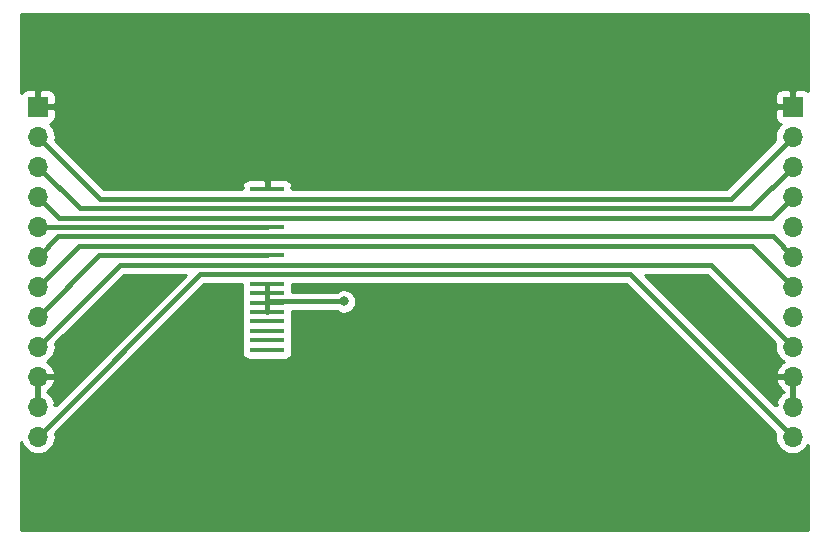
<source format=gbr>
G04 #@! TF.GenerationSoftware,KiCad,Pcbnew,(5.1.0)-1*
G04 #@! TF.CreationDate,2019-08-17T17:24:14+01:00*
G04 #@! TF.ProjectId,lcd_Daughterboard,6c63645f-4461-4756-9768-746572626f61,rev?*
G04 #@! TF.SameCoordinates,Original*
G04 #@! TF.FileFunction,Copper,L1,Top*
G04 #@! TF.FilePolarity,Positive*
%FSLAX46Y46*%
G04 Gerber Fmt 4.6, Leading zero omitted, Abs format (unit mm)*
G04 Created by KiCad (PCBNEW (5.1.0)-1) date 2019-08-17 17:24:14*
%MOMM*%
%LPD*%
G04 APERTURE LIST*
%ADD10O,1.700000X1.700000*%
%ADD11R,1.700000X1.700000*%
%ADD12R,3.000000X0.400000*%
%ADD13C,0.800000*%
%ADD14C,0.400000*%
%ADD15C,0.254000*%
G04 APERTURE END LIST*
D10*
X102100000Y-136440000D03*
X102100000Y-133900000D03*
X102100000Y-131360000D03*
X102100000Y-128820000D03*
X102100000Y-126280000D03*
X102100000Y-123740000D03*
X102100000Y-121200000D03*
X102100000Y-118660000D03*
X102100000Y-116120000D03*
X102100000Y-113580000D03*
X102100000Y-111040000D03*
D11*
X102100000Y-108500000D03*
X166000000Y-108500000D03*
D10*
X166000000Y-111040000D03*
X166000000Y-113580000D03*
X166000000Y-116120000D03*
X166000000Y-118660000D03*
X166000000Y-121200000D03*
X166000000Y-123740000D03*
X166000000Y-126280000D03*
X166000000Y-128820000D03*
X166000000Y-131360000D03*
X166000000Y-133900000D03*
X166000000Y-136440000D03*
D12*
X121500000Y-115500000D03*
X121500000Y-116300000D03*
X121500000Y-117100000D03*
X121500000Y-117900000D03*
X121500000Y-118700000D03*
X121500000Y-119500000D03*
X121500000Y-120300000D03*
X121500000Y-121100000D03*
X121500000Y-121900000D03*
X121500000Y-122700000D03*
X121500000Y-123500000D03*
X121500000Y-124300000D03*
X121500000Y-125100000D03*
X121500000Y-125900000D03*
X121500000Y-126700000D03*
X121500000Y-127500000D03*
X121500000Y-128300000D03*
X121500000Y-129100000D03*
D13*
X113600000Y-133100000D03*
X156000000Y-132500000D03*
X141300000Y-133100000D03*
X125900000Y-132900000D03*
X128000000Y-125000000D03*
D14*
X115840000Y-122700000D02*
X121500000Y-122700000D01*
X102100000Y-136440000D02*
X115840000Y-122700000D01*
X152260000Y-122700000D02*
X166000000Y-136440000D01*
X121500000Y-122700000D02*
X152260000Y-122700000D01*
X107280000Y-121100000D02*
X102100000Y-126280000D01*
X121500000Y-121100000D02*
X107280000Y-121100000D01*
X121460000Y-118660000D02*
X121500000Y-118700000D01*
X102100000Y-118660000D02*
X121460000Y-118660000D01*
X105540000Y-120300000D02*
X121500000Y-120300000D01*
X102100000Y-123740000D02*
X105540000Y-120300000D01*
X162560000Y-120300000D02*
X166000000Y-123740000D01*
X121500000Y-120300000D02*
X162560000Y-120300000D01*
X103800000Y-119500000D02*
X121500000Y-119500000D01*
X102100000Y-121200000D02*
X103800000Y-119500000D01*
X164300000Y-119500000D02*
X166000000Y-121200000D01*
X121500000Y-119500000D02*
X164300000Y-119500000D01*
X103880000Y-117900000D02*
X121500000Y-117900000D01*
X102100000Y-116120000D02*
X103880000Y-117900000D01*
X164220000Y-117900000D02*
X166000000Y-116120000D01*
X121500000Y-117900000D02*
X164220000Y-117900000D01*
X105620000Y-117100000D02*
X102100000Y-113580000D01*
X121500000Y-117100000D02*
X105620000Y-117100000D01*
X162480000Y-117100000D02*
X166000000Y-113580000D01*
X121500000Y-117100000D02*
X162480000Y-117100000D01*
X107360000Y-116300000D02*
X121500000Y-116300000D01*
X102100000Y-111040000D02*
X107360000Y-116300000D01*
X160740000Y-116300000D02*
X166000000Y-111040000D01*
X121500000Y-116300000D02*
X160740000Y-116300000D01*
X109020000Y-121900000D02*
X102100000Y-128820000D01*
X121500000Y-121900000D02*
X109020000Y-121900000D01*
X159080000Y-121900000D02*
X166000000Y-128820000D01*
X121500000Y-121900000D02*
X159080000Y-121900000D01*
X121500000Y-125900000D02*
X121500000Y-123500000D01*
X121600000Y-125000000D02*
X121500000Y-125100000D01*
X128000000Y-125000000D02*
X121600000Y-125000000D01*
D15*
G36*
X119361928Y-123700000D02*
G01*
X119374188Y-123824482D01*
X119397096Y-123900000D01*
X119374188Y-123975518D01*
X119361928Y-124100000D01*
X119361928Y-124500000D01*
X119374188Y-124624482D01*
X119397096Y-124700000D01*
X119374188Y-124775518D01*
X119361928Y-124900000D01*
X119361928Y-125300000D01*
X119374188Y-125424482D01*
X119397096Y-125500000D01*
X119374188Y-125575518D01*
X119361928Y-125700000D01*
X119361928Y-126100000D01*
X119374188Y-126224482D01*
X119397096Y-126300000D01*
X119374188Y-126375518D01*
X119361928Y-126500000D01*
X119361928Y-126900000D01*
X119374188Y-127024482D01*
X119397096Y-127100000D01*
X119374188Y-127175518D01*
X119361928Y-127300000D01*
X119361928Y-127700000D01*
X119374188Y-127824482D01*
X119397096Y-127900000D01*
X119374188Y-127975518D01*
X119361928Y-128100000D01*
X119361928Y-128500000D01*
X119374188Y-128624482D01*
X119397096Y-128700000D01*
X119374188Y-128775518D01*
X119361928Y-128900000D01*
X119361928Y-129300000D01*
X119374188Y-129424482D01*
X119410498Y-129544180D01*
X119469463Y-129654494D01*
X119548815Y-129751185D01*
X119645506Y-129830537D01*
X119755820Y-129889502D01*
X119875518Y-129925812D01*
X120000000Y-129938072D01*
X123000000Y-129938072D01*
X123124482Y-129925812D01*
X123244180Y-129889502D01*
X123354494Y-129830537D01*
X123451185Y-129751185D01*
X123530537Y-129654494D01*
X123589502Y-129544180D01*
X123625812Y-129424482D01*
X123638072Y-129300000D01*
X123638072Y-128900000D01*
X123625812Y-128775518D01*
X123602904Y-128700000D01*
X123625812Y-128624482D01*
X123638072Y-128500000D01*
X123638072Y-128100000D01*
X123625812Y-127975518D01*
X123602904Y-127900000D01*
X123625812Y-127824482D01*
X123638072Y-127700000D01*
X123638072Y-127300000D01*
X123625812Y-127175518D01*
X123602904Y-127100000D01*
X123625812Y-127024482D01*
X123638072Y-126900000D01*
X123638072Y-126500000D01*
X123625812Y-126375518D01*
X123602904Y-126300000D01*
X123625812Y-126224482D01*
X123638072Y-126100000D01*
X123638072Y-125835000D01*
X127386715Y-125835000D01*
X127509744Y-125917205D01*
X127698102Y-125995226D01*
X127898061Y-126035000D01*
X128101939Y-126035000D01*
X128301898Y-125995226D01*
X128490256Y-125917205D01*
X128659774Y-125803937D01*
X128803937Y-125659774D01*
X128917205Y-125490256D01*
X128995226Y-125301898D01*
X129035000Y-125101939D01*
X129035000Y-124898061D01*
X128995226Y-124698102D01*
X128917205Y-124509744D01*
X128803937Y-124340226D01*
X128659774Y-124196063D01*
X128490256Y-124082795D01*
X128301898Y-124004774D01*
X128101939Y-123965000D01*
X127898061Y-123965000D01*
X127698102Y-124004774D01*
X127509744Y-124082795D01*
X127386715Y-124165000D01*
X123638072Y-124165000D01*
X123638072Y-124100000D01*
X123625812Y-123975518D01*
X123602904Y-123900000D01*
X123625812Y-123824482D01*
X123638072Y-123700000D01*
X123638072Y-123535000D01*
X151914133Y-123535000D01*
X164535728Y-136156596D01*
X164507815Y-136440000D01*
X164536487Y-136731111D01*
X164621401Y-137011034D01*
X164759294Y-137269014D01*
X164944866Y-137495134D01*
X165170986Y-137680706D01*
X165428966Y-137818599D01*
X165708889Y-137903513D01*
X165927050Y-137925000D01*
X166072950Y-137925000D01*
X166291111Y-137903513D01*
X166571034Y-137818599D01*
X166829014Y-137680706D01*
X167055134Y-137495134D01*
X167240706Y-137269014D01*
X167315001Y-137130018D01*
X167315001Y-144315000D01*
X100685000Y-144315000D01*
X100685000Y-136891036D01*
X100721401Y-137011034D01*
X100859294Y-137269014D01*
X101044866Y-137495134D01*
X101270986Y-137680706D01*
X101528966Y-137818599D01*
X101808889Y-137903513D01*
X102027050Y-137925000D01*
X102172950Y-137925000D01*
X102391111Y-137903513D01*
X102671034Y-137818599D01*
X102929014Y-137680706D01*
X103155134Y-137495134D01*
X103340706Y-137269014D01*
X103478599Y-137011034D01*
X103563513Y-136731111D01*
X103592185Y-136440000D01*
X103564272Y-136156595D01*
X116185868Y-123535000D01*
X119361928Y-123535000D01*
X119361928Y-123700000D01*
X119361928Y-123700000D01*
G37*
X119361928Y-123700000D02*
X119374188Y-123824482D01*
X119397096Y-123900000D01*
X119374188Y-123975518D01*
X119361928Y-124100000D01*
X119361928Y-124500000D01*
X119374188Y-124624482D01*
X119397096Y-124700000D01*
X119374188Y-124775518D01*
X119361928Y-124900000D01*
X119361928Y-125300000D01*
X119374188Y-125424482D01*
X119397096Y-125500000D01*
X119374188Y-125575518D01*
X119361928Y-125700000D01*
X119361928Y-126100000D01*
X119374188Y-126224482D01*
X119397096Y-126300000D01*
X119374188Y-126375518D01*
X119361928Y-126500000D01*
X119361928Y-126900000D01*
X119374188Y-127024482D01*
X119397096Y-127100000D01*
X119374188Y-127175518D01*
X119361928Y-127300000D01*
X119361928Y-127700000D01*
X119374188Y-127824482D01*
X119397096Y-127900000D01*
X119374188Y-127975518D01*
X119361928Y-128100000D01*
X119361928Y-128500000D01*
X119374188Y-128624482D01*
X119397096Y-128700000D01*
X119374188Y-128775518D01*
X119361928Y-128900000D01*
X119361928Y-129300000D01*
X119374188Y-129424482D01*
X119410498Y-129544180D01*
X119469463Y-129654494D01*
X119548815Y-129751185D01*
X119645506Y-129830537D01*
X119755820Y-129889502D01*
X119875518Y-129925812D01*
X120000000Y-129938072D01*
X123000000Y-129938072D01*
X123124482Y-129925812D01*
X123244180Y-129889502D01*
X123354494Y-129830537D01*
X123451185Y-129751185D01*
X123530537Y-129654494D01*
X123589502Y-129544180D01*
X123625812Y-129424482D01*
X123638072Y-129300000D01*
X123638072Y-128900000D01*
X123625812Y-128775518D01*
X123602904Y-128700000D01*
X123625812Y-128624482D01*
X123638072Y-128500000D01*
X123638072Y-128100000D01*
X123625812Y-127975518D01*
X123602904Y-127900000D01*
X123625812Y-127824482D01*
X123638072Y-127700000D01*
X123638072Y-127300000D01*
X123625812Y-127175518D01*
X123602904Y-127100000D01*
X123625812Y-127024482D01*
X123638072Y-126900000D01*
X123638072Y-126500000D01*
X123625812Y-126375518D01*
X123602904Y-126300000D01*
X123625812Y-126224482D01*
X123638072Y-126100000D01*
X123638072Y-125835000D01*
X127386715Y-125835000D01*
X127509744Y-125917205D01*
X127698102Y-125995226D01*
X127898061Y-126035000D01*
X128101939Y-126035000D01*
X128301898Y-125995226D01*
X128490256Y-125917205D01*
X128659774Y-125803937D01*
X128803937Y-125659774D01*
X128917205Y-125490256D01*
X128995226Y-125301898D01*
X129035000Y-125101939D01*
X129035000Y-124898061D01*
X128995226Y-124698102D01*
X128917205Y-124509744D01*
X128803937Y-124340226D01*
X128659774Y-124196063D01*
X128490256Y-124082795D01*
X128301898Y-124004774D01*
X128101939Y-123965000D01*
X127898061Y-123965000D01*
X127698102Y-124004774D01*
X127509744Y-124082795D01*
X127386715Y-124165000D01*
X123638072Y-124165000D01*
X123638072Y-124100000D01*
X123625812Y-123975518D01*
X123602904Y-123900000D01*
X123625812Y-123824482D01*
X123638072Y-123700000D01*
X123638072Y-123535000D01*
X151914133Y-123535000D01*
X164535728Y-136156596D01*
X164507815Y-136440000D01*
X164536487Y-136731111D01*
X164621401Y-137011034D01*
X164759294Y-137269014D01*
X164944866Y-137495134D01*
X165170986Y-137680706D01*
X165428966Y-137818599D01*
X165708889Y-137903513D01*
X165927050Y-137925000D01*
X166072950Y-137925000D01*
X166291111Y-137903513D01*
X166571034Y-137818599D01*
X166829014Y-137680706D01*
X167055134Y-137495134D01*
X167240706Y-137269014D01*
X167315001Y-137130018D01*
X167315001Y-144315000D01*
X100685000Y-144315000D01*
X100685000Y-136891036D01*
X100721401Y-137011034D01*
X100859294Y-137269014D01*
X101044866Y-137495134D01*
X101270986Y-137680706D01*
X101528966Y-137818599D01*
X101808889Y-137903513D01*
X102027050Y-137925000D01*
X102172950Y-137925000D01*
X102391111Y-137903513D01*
X102671034Y-137818599D01*
X102929014Y-137680706D01*
X103155134Y-137495134D01*
X103340706Y-137269014D01*
X103478599Y-137011034D01*
X103563513Y-136731111D01*
X103592185Y-136440000D01*
X103564272Y-136156595D01*
X116185868Y-123535000D01*
X119361928Y-123535000D01*
X119361928Y-123700000D01*
G36*
X103585000Y-133774133D02*
G01*
X103585000Y-133772998D01*
X103420156Y-133772998D01*
X103541476Y-133543110D01*
X103496825Y-133395901D01*
X103371641Y-133133080D01*
X103197588Y-132899731D01*
X102981355Y-132704822D01*
X102855745Y-132630000D01*
X102981355Y-132555178D01*
X103197588Y-132360269D01*
X103371641Y-132126920D01*
X103496825Y-131864099D01*
X103541476Y-131716890D01*
X103420155Y-131487000D01*
X102227000Y-131487000D01*
X102227000Y-133773000D01*
X102247000Y-133773000D01*
X102247000Y-134027000D01*
X102227000Y-134027000D01*
X102227000Y-134047000D01*
X101973000Y-134047000D01*
X101973000Y-134027000D01*
X101953000Y-134027000D01*
X101953000Y-133773000D01*
X101973000Y-133773000D01*
X101973000Y-131487000D01*
X101953000Y-131487000D01*
X101953000Y-131233000D01*
X101973000Y-131233000D01*
X101973000Y-131213000D01*
X102227000Y-131213000D01*
X102227000Y-131233000D01*
X103420155Y-131233000D01*
X103541476Y-131003110D01*
X103496825Y-130855901D01*
X103371641Y-130593080D01*
X103197588Y-130359731D01*
X102981355Y-130164822D01*
X102864477Y-130095201D01*
X102929014Y-130060706D01*
X103155134Y-129875134D01*
X103340706Y-129649014D01*
X103478599Y-129391034D01*
X103563513Y-129111111D01*
X103592185Y-128820000D01*
X103564272Y-128536595D01*
X109365869Y-122735000D01*
X114624132Y-122735000D01*
X103585000Y-133774133D01*
X103585000Y-133774133D01*
G37*
X103585000Y-133774133D02*
X103585000Y-133772998D01*
X103420156Y-133772998D01*
X103541476Y-133543110D01*
X103496825Y-133395901D01*
X103371641Y-133133080D01*
X103197588Y-132899731D01*
X102981355Y-132704822D01*
X102855745Y-132630000D01*
X102981355Y-132555178D01*
X103197588Y-132360269D01*
X103371641Y-132126920D01*
X103496825Y-131864099D01*
X103541476Y-131716890D01*
X103420155Y-131487000D01*
X102227000Y-131487000D01*
X102227000Y-133773000D01*
X102247000Y-133773000D01*
X102247000Y-134027000D01*
X102227000Y-134027000D01*
X102227000Y-134047000D01*
X101973000Y-134047000D01*
X101973000Y-134027000D01*
X101953000Y-134027000D01*
X101953000Y-133773000D01*
X101973000Y-133773000D01*
X101973000Y-131487000D01*
X101953000Y-131487000D01*
X101953000Y-131233000D01*
X101973000Y-131233000D01*
X101973000Y-131213000D01*
X102227000Y-131213000D01*
X102227000Y-131233000D01*
X103420155Y-131233000D01*
X103541476Y-131003110D01*
X103496825Y-130855901D01*
X103371641Y-130593080D01*
X103197588Y-130359731D01*
X102981355Y-130164822D01*
X102864477Y-130095201D01*
X102929014Y-130060706D01*
X103155134Y-129875134D01*
X103340706Y-129649014D01*
X103478599Y-129391034D01*
X103563513Y-129111111D01*
X103592185Y-128820000D01*
X103564272Y-128536595D01*
X109365869Y-122735000D01*
X114624132Y-122735000D01*
X103585000Y-133774133D01*
G36*
X164535728Y-128536597D02*
G01*
X164507815Y-128820000D01*
X164536487Y-129111111D01*
X164621401Y-129391034D01*
X164759294Y-129649014D01*
X164944866Y-129875134D01*
X165170986Y-130060706D01*
X165235523Y-130095201D01*
X165118645Y-130164822D01*
X164902412Y-130359731D01*
X164728359Y-130593080D01*
X164603175Y-130855901D01*
X164558524Y-131003110D01*
X164679845Y-131233000D01*
X165873000Y-131233000D01*
X165873000Y-131213000D01*
X166127000Y-131213000D01*
X166127000Y-131233000D01*
X166147000Y-131233000D01*
X166147000Y-131487000D01*
X166127000Y-131487000D01*
X166127000Y-133773000D01*
X166147000Y-133773000D01*
X166147000Y-134027000D01*
X166127000Y-134027000D01*
X166127000Y-134047000D01*
X165873000Y-134047000D01*
X165873000Y-134027000D01*
X165853000Y-134027000D01*
X165853000Y-133773000D01*
X165873000Y-133773000D01*
X165873000Y-131487000D01*
X164679845Y-131487000D01*
X164558524Y-131716890D01*
X164603175Y-131864099D01*
X164728359Y-132126920D01*
X164902412Y-132360269D01*
X165118645Y-132555178D01*
X165244255Y-132630000D01*
X165118645Y-132704822D01*
X164902412Y-132899731D01*
X164728359Y-133133080D01*
X164603175Y-133395901D01*
X164558524Y-133543110D01*
X164679844Y-133772998D01*
X164515000Y-133772998D01*
X164515000Y-133774132D01*
X153475867Y-122735000D01*
X158734133Y-122735000D01*
X164535728Y-128536597D01*
X164535728Y-128536597D01*
G37*
X164535728Y-128536597D02*
X164507815Y-128820000D01*
X164536487Y-129111111D01*
X164621401Y-129391034D01*
X164759294Y-129649014D01*
X164944866Y-129875134D01*
X165170986Y-130060706D01*
X165235523Y-130095201D01*
X165118645Y-130164822D01*
X164902412Y-130359731D01*
X164728359Y-130593080D01*
X164603175Y-130855901D01*
X164558524Y-131003110D01*
X164679845Y-131233000D01*
X165873000Y-131233000D01*
X165873000Y-131213000D01*
X166127000Y-131213000D01*
X166127000Y-131233000D01*
X166147000Y-131233000D01*
X166147000Y-131487000D01*
X166127000Y-131487000D01*
X166127000Y-133773000D01*
X166147000Y-133773000D01*
X166147000Y-134027000D01*
X166127000Y-134027000D01*
X166127000Y-134047000D01*
X165873000Y-134047000D01*
X165873000Y-134027000D01*
X165853000Y-134027000D01*
X165853000Y-133773000D01*
X165873000Y-133773000D01*
X165873000Y-131487000D01*
X164679845Y-131487000D01*
X164558524Y-131716890D01*
X164603175Y-131864099D01*
X164728359Y-132126920D01*
X164902412Y-132360269D01*
X165118645Y-132555178D01*
X165244255Y-132630000D01*
X165118645Y-132704822D01*
X164902412Y-132899731D01*
X164728359Y-133133080D01*
X164603175Y-133395901D01*
X164558524Y-133543110D01*
X164679844Y-133772998D01*
X164515000Y-133772998D01*
X164515000Y-133774132D01*
X153475867Y-122735000D01*
X158734133Y-122735000D01*
X164535728Y-128536597D01*
G36*
X166127000Y-126153000D02*
G01*
X166147000Y-126153000D01*
X166147000Y-126407000D01*
X166127000Y-126407000D01*
X166127000Y-126427000D01*
X165873000Y-126427000D01*
X165873000Y-126407000D01*
X165853000Y-126407000D01*
X165853000Y-126153000D01*
X165873000Y-126153000D01*
X165873000Y-126133000D01*
X166127000Y-126133000D01*
X166127000Y-126153000D01*
X166127000Y-126153000D01*
G37*
X166127000Y-126153000D02*
X166147000Y-126153000D01*
X166147000Y-126407000D01*
X166127000Y-126407000D01*
X166127000Y-126427000D01*
X165873000Y-126427000D01*
X165873000Y-126407000D01*
X165853000Y-126407000D01*
X165853000Y-126153000D01*
X165873000Y-126153000D01*
X165873000Y-126133000D01*
X166127000Y-126133000D01*
X166127000Y-126153000D01*
G36*
X102227000Y-126153000D02*
G01*
X102247000Y-126153000D01*
X102247000Y-126407000D01*
X102227000Y-126407000D01*
X102227000Y-126427000D01*
X101973000Y-126427000D01*
X101973000Y-126407000D01*
X101953000Y-126407000D01*
X101953000Y-126153000D01*
X101973000Y-126153000D01*
X101973000Y-126133000D01*
X102227000Y-126133000D01*
X102227000Y-126153000D01*
X102227000Y-126153000D01*
G37*
X102227000Y-126153000D02*
X102247000Y-126153000D01*
X102247000Y-126407000D01*
X102227000Y-126407000D01*
X102227000Y-126427000D01*
X101973000Y-126427000D01*
X101973000Y-126407000D01*
X101953000Y-126407000D01*
X101953000Y-126153000D01*
X101973000Y-126153000D01*
X101973000Y-126133000D01*
X102227000Y-126133000D01*
X102227000Y-126153000D01*
G36*
X166127000Y-118533000D02*
G01*
X166147000Y-118533000D01*
X166147000Y-118787000D01*
X166127000Y-118787000D01*
X166127000Y-118807000D01*
X165873000Y-118807000D01*
X165873000Y-118787000D01*
X165853000Y-118787000D01*
X165853000Y-118533000D01*
X165873000Y-118533000D01*
X165873000Y-118513000D01*
X166127000Y-118513000D01*
X166127000Y-118533000D01*
X166127000Y-118533000D01*
G37*
X166127000Y-118533000D02*
X166147000Y-118533000D01*
X166147000Y-118787000D01*
X166127000Y-118787000D01*
X166127000Y-118807000D01*
X165873000Y-118807000D01*
X165873000Y-118787000D01*
X165853000Y-118787000D01*
X165853000Y-118533000D01*
X165873000Y-118533000D01*
X165873000Y-118513000D01*
X166127000Y-118513000D01*
X166127000Y-118533000D01*
G36*
X102227000Y-118533000D02*
G01*
X102247000Y-118533000D01*
X102247000Y-118787000D01*
X102227000Y-118787000D01*
X102227000Y-118807000D01*
X101973000Y-118807000D01*
X101973000Y-118787000D01*
X101953000Y-118787000D01*
X101953000Y-118533000D01*
X101973000Y-118533000D01*
X101973000Y-118513000D01*
X102227000Y-118513000D01*
X102227000Y-118533000D01*
X102227000Y-118533000D01*
G37*
X102227000Y-118533000D02*
X102247000Y-118533000D01*
X102247000Y-118787000D01*
X102227000Y-118787000D01*
X102227000Y-118807000D01*
X101973000Y-118807000D01*
X101973000Y-118787000D01*
X101953000Y-118787000D01*
X101953000Y-118533000D01*
X101973000Y-118533000D01*
X101973000Y-118513000D01*
X102227000Y-118513000D01*
X102227000Y-118533000D01*
G36*
X167315000Y-107215649D02*
G01*
X167301185Y-107198815D01*
X167204494Y-107119463D01*
X167094180Y-107060498D01*
X166974482Y-107024188D01*
X166850000Y-107011928D01*
X166285750Y-107015000D01*
X166127000Y-107173750D01*
X166127000Y-108373000D01*
X166147000Y-108373000D01*
X166147000Y-108627000D01*
X166127000Y-108627000D01*
X166127000Y-108647000D01*
X165873000Y-108647000D01*
X165873000Y-108627000D01*
X164673750Y-108627000D01*
X164515000Y-108785750D01*
X164511928Y-109350000D01*
X164524188Y-109474482D01*
X164560498Y-109594180D01*
X164619463Y-109704494D01*
X164698815Y-109801185D01*
X164795506Y-109880537D01*
X164905820Y-109939502D01*
X164974687Y-109960393D01*
X164944866Y-109984866D01*
X164759294Y-110210986D01*
X164621401Y-110468966D01*
X164536487Y-110748889D01*
X164507815Y-111040000D01*
X164535728Y-111323404D01*
X160394133Y-115465000D01*
X123635000Y-115465000D01*
X123635000Y-115372998D01*
X123530252Y-115372998D01*
X123635000Y-115268250D01*
X123624701Y-115170057D01*
X123587346Y-115050681D01*
X123527421Y-114940886D01*
X123447227Y-114844891D01*
X123349846Y-114766387D01*
X123239021Y-114708388D01*
X123119011Y-114673125D01*
X122994427Y-114661952D01*
X121785750Y-114665000D01*
X121627000Y-114823750D01*
X121627000Y-115427000D01*
X121647000Y-115427000D01*
X121647000Y-115461928D01*
X121353000Y-115461928D01*
X121353000Y-115427000D01*
X121373000Y-115427000D01*
X121373000Y-114823750D01*
X121214250Y-114665000D01*
X120005573Y-114661952D01*
X119880989Y-114673125D01*
X119760979Y-114708388D01*
X119650154Y-114766387D01*
X119552773Y-114844891D01*
X119472579Y-114940886D01*
X119412654Y-115050681D01*
X119375299Y-115170057D01*
X119365000Y-115268250D01*
X119469748Y-115372998D01*
X119365000Y-115372998D01*
X119365000Y-115465000D01*
X107705868Y-115465000D01*
X103564272Y-111323405D01*
X103592185Y-111040000D01*
X103563513Y-110748889D01*
X103478599Y-110468966D01*
X103340706Y-110210986D01*
X103155134Y-109984866D01*
X103125313Y-109960393D01*
X103194180Y-109939502D01*
X103304494Y-109880537D01*
X103401185Y-109801185D01*
X103480537Y-109704494D01*
X103539502Y-109594180D01*
X103575812Y-109474482D01*
X103588072Y-109350000D01*
X103585000Y-108785750D01*
X103426250Y-108627000D01*
X102227000Y-108627000D01*
X102227000Y-108647000D01*
X101973000Y-108647000D01*
X101973000Y-108627000D01*
X101953000Y-108627000D01*
X101953000Y-108373000D01*
X101973000Y-108373000D01*
X101973000Y-107173750D01*
X102227000Y-107173750D01*
X102227000Y-108373000D01*
X103426250Y-108373000D01*
X103585000Y-108214250D01*
X103588072Y-107650000D01*
X164511928Y-107650000D01*
X164515000Y-108214250D01*
X164673750Y-108373000D01*
X165873000Y-108373000D01*
X165873000Y-107173750D01*
X165714250Y-107015000D01*
X165150000Y-107011928D01*
X165025518Y-107024188D01*
X164905820Y-107060498D01*
X164795506Y-107119463D01*
X164698815Y-107198815D01*
X164619463Y-107295506D01*
X164560498Y-107405820D01*
X164524188Y-107525518D01*
X164511928Y-107650000D01*
X103588072Y-107650000D01*
X103575812Y-107525518D01*
X103539502Y-107405820D01*
X103480537Y-107295506D01*
X103401185Y-107198815D01*
X103304494Y-107119463D01*
X103194180Y-107060498D01*
X103074482Y-107024188D01*
X102950000Y-107011928D01*
X102385750Y-107015000D01*
X102227000Y-107173750D01*
X101973000Y-107173750D01*
X101814250Y-107015000D01*
X101250000Y-107011928D01*
X101125518Y-107024188D01*
X101005820Y-107060498D01*
X100895506Y-107119463D01*
X100798815Y-107198815D01*
X100719463Y-107295506D01*
X100685000Y-107359981D01*
X100685000Y-100685000D01*
X167315000Y-100685000D01*
X167315000Y-107215649D01*
X167315000Y-107215649D01*
G37*
X167315000Y-107215649D02*
X167301185Y-107198815D01*
X167204494Y-107119463D01*
X167094180Y-107060498D01*
X166974482Y-107024188D01*
X166850000Y-107011928D01*
X166285750Y-107015000D01*
X166127000Y-107173750D01*
X166127000Y-108373000D01*
X166147000Y-108373000D01*
X166147000Y-108627000D01*
X166127000Y-108627000D01*
X166127000Y-108647000D01*
X165873000Y-108647000D01*
X165873000Y-108627000D01*
X164673750Y-108627000D01*
X164515000Y-108785750D01*
X164511928Y-109350000D01*
X164524188Y-109474482D01*
X164560498Y-109594180D01*
X164619463Y-109704494D01*
X164698815Y-109801185D01*
X164795506Y-109880537D01*
X164905820Y-109939502D01*
X164974687Y-109960393D01*
X164944866Y-109984866D01*
X164759294Y-110210986D01*
X164621401Y-110468966D01*
X164536487Y-110748889D01*
X164507815Y-111040000D01*
X164535728Y-111323404D01*
X160394133Y-115465000D01*
X123635000Y-115465000D01*
X123635000Y-115372998D01*
X123530252Y-115372998D01*
X123635000Y-115268250D01*
X123624701Y-115170057D01*
X123587346Y-115050681D01*
X123527421Y-114940886D01*
X123447227Y-114844891D01*
X123349846Y-114766387D01*
X123239021Y-114708388D01*
X123119011Y-114673125D01*
X122994427Y-114661952D01*
X121785750Y-114665000D01*
X121627000Y-114823750D01*
X121627000Y-115427000D01*
X121647000Y-115427000D01*
X121647000Y-115461928D01*
X121353000Y-115461928D01*
X121353000Y-115427000D01*
X121373000Y-115427000D01*
X121373000Y-114823750D01*
X121214250Y-114665000D01*
X120005573Y-114661952D01*
X119880989Y-114673125D01*
X119760979Y-114708388D01*
X119650154Y-114766387D01*
X119552773Y-114844891D01*
X119472579Y-114940886D01*
X119412654Y-115050681D01*
X119375299Y-115170057D01*
X119365000Y-115268250D01*
X119469748Y-115372998D01*
X119365000Y-115372998D01*
X119365000Y-115465000D01*
X107705868Y-115465000D01*
X103564272Y-111323405D01*
X103592185Y-111040000D01*
X103563513Y-110748889D01*
X103478599Y-110468966D01*
X103340706Y-110210986D01*
X103155134Y-109984866D01*
X103125313Y-109960393D01*
X103194180Y-109939502D01*
X103304494Y-109880537D01*
X103401185Y-109801185D01*
X103480537Y-109704494D01*
X103539502Y-109594180D01*
X103575812Y-109474482D01*
X103588072Y-109350000D01*
X103585000Y-108785750D01*
X103426250Y-108627000D01*
X102227000Y-108627000D01*
X102227000Y-108647000D01*
X101973000Y-108647000D01*
X101973000Y-108627000D01*
X101953000Y-108627000D01*
X101953000Y-108373000D01*
X101973000Y-108373000D01*
X101973000Y-107173750D01*
X102227000Y-107173750D01*
X102227000Y-108373000D01*
X103426250Y-108373000D01*
X103585000Y-108214250D01*
X103588072Y-107650000D01*
X164511928Y-107650000D01*
X164515000Y-108214250D01*
X164673750Y-108373000D01*
X165873000Y-108373000D01*
X165873000Y-107173750D01*
X165714250Y-107015000D01*
X165150000Y-107011928D01*
X165025518Y-107024188D01*
X164905820Y-107060498D01*
X164795506Y-107119463D01*
X164698815Y-107198815D01*
X164619463Y-107295506D01*
X164560498Y-107405820D01*
X164524188Y-107525518D01*
X164511928Y-107650000D01*
X103588072Y-107650000D01*
X103575812Y-107525518D01*
X103539502Y-107405820D01*
X103480537Y-107295506D01*
X103401185Y-107198815D01*
X103304494Y-107119463D01*
X103194180Y-107060498D01*
X103074482Y-107024188D01*
X102950000Y-107011928D01*
X102385750Y-107015000D01*
X102227000Y-107173750D01*
X101973000Y-107173750D01*
X101814250Y-107015000D01*
X101250000Y-107011928D01*
X101125518Y-107024188D01*
X101005820Y-107060498D01*
X100895506Y-107119463D01*
X100798815Y-107198815D01*
X100719463Y-107295506D01*
X100685000Y-107359981D01*
X100685000Y-100685000D01*
X167315000Y-100685000D01*
X167315000Y-107215649D01*
M02*

</source>
